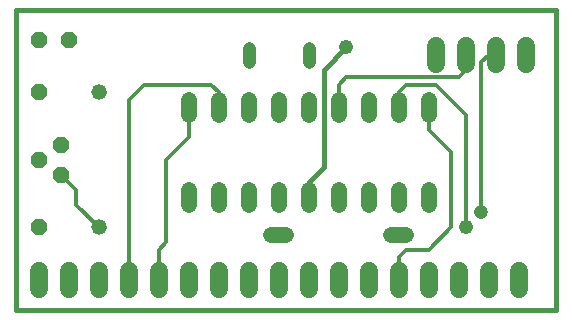
<source format=gbr>
G04 EAGLE Gerber RS-274X export*
G75*
%MOMM*%
%FSLAX34Y34*%
%LPD*%
%INBottom Copper*%
%IPPOS*%
%AMOC8*
5,1,8,0,0,1.08239X$1,22.5*%
G01*
%ADD10C,1.117600*%
%ADD11P,1.429621X8X202.500000*%
%ADD12C,1.320800*%
%ADD13C,1.320800*%
%ADD14C,1.524000*%
%ADD15P,1.429621X8X112.500000*%
%ADD16C,0.406400*%
%ADD17C,1.219200*%
%ADD18C,0.304800*%
%ADD19C,0.300000*%
%ADD20C,1.206400*%


D10*
X247650Y221488D02*
X247650Y210312D01*
X196850Y210312D02*
X196850Y221488D01*
D11*
X19050Y69850D03*
D12*
X69850Y69850D03*
D11*
X19050Y184150D03*
D12*
X69850Y184150D03*
D13*
X215646Y63500D02*
X228854Y63500D01*
X317246Y63500D02*
X330454Y63500D01*
X146050Y88646D02*
X146050Y101854D01*
X171450Y101854D02*
X171450Y88646D01*
X196850Y88646D02*
X196850Y101854D01*
X222250Y101854D02*
X222250Y88646D01*
X247650Y88646D02*
X247650Y101854D01*
X273050Y101854D02*
X273050Y88646D01*
X298450Y88646D02*
X298450Y101854D01*
X323850Y101854D02*
X323850Y88646D01*
X349250Y88646D02*
X349250Y101854D01*
X349250Y164846D02*
X349250Y178054D01*
X323850Y178054D02*
X323850Y164846D01*
X298450Y164846D02*
X298450Y178054D01*
X273050Y178054D02*
X273050Y164846D01*
X247650Y164846D02*
X247650Y178054D01*
X222250Y178054D02*
X222250Y164846D01*
X196850Y164846D02*
X196850Y178054D01*
X171450Y178054D02*
X171450Y164846D01*
X146050Y164846D02*
X146050Y178054D01*
D14*
X355600Y208280D02*
X355600Y223520D01*
X381000Y223520D02*
X381000Y208280D01*
X406400Y208280D02*
X406400Y223520D01*
X431800Y223520D02*
X431800Y208280D01*
X425450Y33020D02*
X425450Y17780D01*
X400050Y17780D02*
X400050Y33020D01*
X374650Y33020D02*
X374650Y17780D01*
X349250Y17780D02*
X349250Y33020D01*
X323850Y33020D02*
X323850Y17780D01*
X298450Y17780D02*
X298450Y33020D01*
X273050Y33020D02*
X273050Y17780D01*
X247650Y17780D02*
X247650Y33020D01*
X222250Y33020D02*
X222250Y17780D01*
X196850Y17780D02*
X196850Y33020D01*
X171450Y33020D02*
X171450Y17780D01*
X146050Y17780D02*
X146050Y33020D01*
X120650Y33020D02*
X120650Y17780D01*
X95250Y17780D02*
X95250Y33020D01*
X69850Y33020D02*
X69850Y17780D01*
X44450Y17780D02*
X44450Y33020D01*
X19050Y33020D02*
X19050Y17780D01*
D11*
X44450Y228600D03*
X19050Y228600D03*
D15*
X38100Y114300D03*
X19050Y127000D03*
X38100Y139700D03*
D16*
X260350Y203200D02*
X279400Y222250D01*
X260350Y203200D02*
X260350Y120650D01*
X247650Y107950D01*
X247650Y95250D01*
D17*
X279400Y222250D03*
D18*
X69850Y69850D02*
X50800Y88900D01*
X50800Y101600D01*
X38100Y114300D01*
D19*
X393700Y82550D02*
X393700Y209550D01*
X400050Y215900D01*
X406400Y215900D01*
D20*
X393700Y82550D03*
D18*
X349250Y152400D02*
X349250Y171450D01*
X349250Y152400D02*
X368300Y133350D01*
X368300Y69850D01*
X349250Y50800D01*
X330200Y50800D01*
X323850Y44450D01*
X323850Y25400D01*
X381000Y69850D02*
X381000Y165100D01*
X355600Y190500D01*
X330200Y190500D01*
X323850Y184150D01*
X323850Y171450D01*
D17*
X381000Y69850D03*
D18*
X273050Y171450D02*
X273050Y190500D01*
X279400Y196850D01*
X374650Y196850D01*
X381000Y203200D01*
X381000Y215900D01*
X146050Y171450D02*
X146050Y146050D01*
X127000Y127000D01*
X127000Y57150D01*
X120650Y50800D01*
X120650Y25400D01*
X171450Y171450D02*
X171450Y184150D01*
X165100Y190500D01*
X107950Y190500D01*
X95250Y177800D01*
X95250Y25400D01*
D16*
X0Y0D02*
X0Y254000D01*
X0Y0D02*
X457200Y0D01*
X457200Y254000D01*
X0Y254000D01*
M02*

</source>
